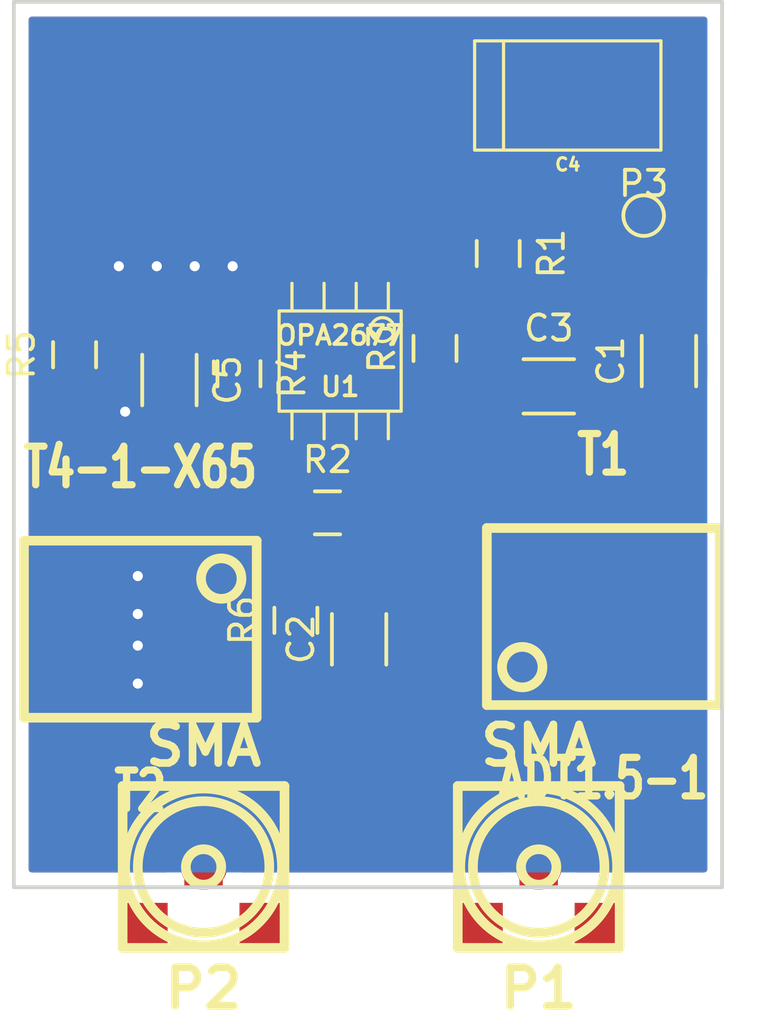
<source format=kicad_pcb>
(kicad_pcb (version 4) (host pcbnew 4.0.0-rc1-stable)

  (general
    (links 39)
    (no_connects 6)
    (area 135.025 41.224999 165.858334 81.7192)
    (thickness 1.6)
    (drawings 8)
    (tracks 91)
    (zones 0)
    (modules 17)
    (nets 14)
  )

  (page A4)
  (layers
    (0 F.Cu signal)
    (31 B.Cu signal)
    (32 B.Adhes user)
    (33 F.Adhes user)
    (34 B.Paste user)
    (35 F.Paste user)
    (36 B.SilkS user)
    (37 F.SilkS user)
    (38 B.Mask user)
    (39 F.Mask user)
    (40 Dwgs.User user)
    (41 Cmts.User user)
    (42 Eco1.User user)
    (43 Eco2.User user)
    (44 Edge.Cuts user)
    (45 Margin user)
    (46 B.CrtYd user)
    (47 F.CrtYd user)
    (48 B.Fab user)
    (49 F.Fab user)
  )

  (setup
    (last_trace_width 0.25)
    (user_trace_width 0.6)
    (user_trace_width 1)
    (user_trace_width 1.5)
    (user_trace_width 1.8)
    (user_trace_width 2)
    (user_trace_width 2.5)
    (user_trace_width 3)
    (user_trace_width 3.5)
    (user_trace_width 4)
    (trace_clearance 0.2)
    (zone_clearance 0.508)
    (zone_45_only no)
    (trace_min 0.2)
    (segment_width 0.2)
    (edge_width 0.15)
    (via_size 0.6)
    (via_drill 0.4)
    (via_min_size 0.4)
    (via_min_drill 0.3)
    (uvia_size 0.3)
    (uvia_drill 0.1)
    (uvias_allowed no)
    (uvia_min_size 0.2)
    (uvia_min_drill 0.1)
    (pcb_text_width 0.3)
    (pcb_text_size 1.5 1.5)
    (mod_edge_width 0.15)
    (mod_text_size 1 1)
    (mod_text_width 0.15)
    (pad_size 1.8 1.5)
    (pad_drill 0)
    (pad_to_mask_clearance 0.2)
    (aux_axis_origin 0 0)
    (visible_elements 7FFFFFFF)
    (pcbplotparams
      (layerselection 0x00030_80000001)
      (usegerberextensions false)
      (excludeedgelayer true)
      (linewidth 0.100000)
      (plotframeref false)
      (viasonmask false)
      (mode 1)
      (useauxorigin false)
      (hpglpennumber 1)
      (hpglpenspeed 20)
      (hpglpendiameter 15)
      (hpglpenoverlay 2)
      (psnegative false)
      (psa4output false)
      (plotreference true)
      (plotvalue true)
      (plotinvisibletext false)
      (padsonsilk false)
      (subtractmaskfromsilk false)
      (outputformat 1)
      (mirror false)
      (drillshape 1)
      (scaleselection 1)
      (outputdirectory ""))
  )

  (net 0 "")
  (net 1 "Net-(C1-Pad1)")
  (net 2 "Net-(C1-Pad2)")
  (net 3 "Net-(C2-Pad1)")
  (net 4 "Net-(C2-Pad2)")
  (net 5 +12V)
  (net 6 GND)
  (net 7 "Net-(C5-Pad1)")
  (net 8 "Net-(P1-Pad1)")
  (net 9 "Net-(P2-Pad1)")
  (net 10 "Net-(R1-Pad1)")
  (net 11 "Net-(R2-Pad1)")
  (net 12 "Net-(R5-Pad1)")
  (net 13 "Net-(R6-Pad1)")

  (net_class Default "Ceci est la Netclass par défaut"
    (clearance 0.2)
    (trace_width 0.25)
    (via_dia 0.6)
    (via_drill 0.4)
    (uvia_dia 0.3)
    (uvia_drill 0.1)
    (add_net +12V)
    (add_net GND)
    (add_net "Net-(C1-Pad1)")
    (add_net "Net-(C1-Pad2)")
    (add_net "Net-(C2-Pad1)")
    (add_net "Net-(C2-Pad2)")
    (add_net "Net-(C5-Pad1)")
    (add_net "Net-(P1-Pad1)")
    (add_net "Net-(P2-Pad1)")
    (add_net "Net-(R1-Pad1)")
    (add_net "Net-(R2-Pad1)")
    (add_net "Net-(R5-Pad1)")
    (add_net "Net-(R6-Pad1)")
  )

  (module Connect:PINTST (layer F.Cu) (tedit 5658501D) (tstamp 565873AE)
    (at 165.35 95.55)
    (descr "module 1 pin (ou trou mecanique de percage)")
    (tags DEV)
    (path /565725CD)
    (fp_text reference P3 (at 0 -1.26746) (layer F.SilkS)
      (effects (font (size 1 1) (thickness 0.15)))
    )
    (fp_text value CONN_01X01 (at 0 1.27) (layer F.Fab)
      (effects (font (size 1 1) (thickness 0.15)))
    )
    (fp_circle (center 0 0) (end -0.254 -0.762) (layer F.SilkS) (width 0.15))
    (pad 1 smd circle (at 0 0) (size 3 3) (layers F.Cu F.Paste F.Mask)
      (net 5 +12V))
    (model Connect.3dshapes/PINTST.wrl
      (at (xyz 0 0 0))
      (scale (xyz 1 1 1))
      (rotate (xyz 0 0 0))
    )
  )

  (module smd_dil:so-8 (layer F.Cu) (tedit 565838B4) (tstamp 56587396)
    (at 153.35 101.3 180)
    (descr SO-8)
    (path /5655F8E7)
    (fp_text reference U1 (at 0 -1.016 180) (layer F.SilkS)
      (effects (font (size 0.7493 0.7493) (thickness 0.14986)))
    )
    (fp_text value OPA2677 (at 0 1.016 180) (layer F.SilkS)
      (effects (font (size 0.7493 0.7493) (thickness 0.14986)))
    )
    (fp_line (start -2.413 -1.9812) (end -2.413 1.9812) (layer F.SilkS) (width 0.127))
    (fp_line (start -2.413 1.9812) (end 2.413 1.9812) (layer F.SilkS) (width 0.127))
    (fp_line (start 2.413 1.9812) (end 2.413 -1.9812) (layer F.SilkS) (width 0.127))
    (fp_line (start 2.413 -1.9812) (end -2.413 -1.9812) (layer F.SilkS) (width 0.127))
    (fp_line (start -1.905 -1.9812) (end -1.905 -3.0734) (layer F.SilkS) (width 0.127))
    (fp_line (start -0.635 -1.9812) (end -0.635 -3.0734) (layer F.SilkS) (width 0.127))
    (fp_line (start 0.635 -1.9812) (end 0.635 -3.0734) (layer F.SilkS) (width 0.127))
    (fp_line (start 1.905 -3.0734) (end 1.905 -1.9812) (layer F.SilkS) (width 0.127))
    (fp_line (start 1.905 1.9812) (end 1.905 3.0734) (layer F.SilkS) (width 0.127))
    (fp_line (start 0.635 3.0734) (end 0.635 1.9812) (layer F.SilkS) (width 0.127))
    (fp_line (start -0.635 3.0734) (end -0.635 1.9812) (layer F.SilkS) (width 0.127))
    (fp_line (start -1.905 3.0734) (end -1.905 1.9812) (layer F.SilkS) (width 0.127))
    (fp_circle (center -1.6764 1.2446) (end -1.9558 1.6256) (layer F.SilkS) (width 0.127))
    (pad 1 smd rect (at -1.905 2.794 180) (size 0.9 1.99898) (layers F.Cu F.Paste F.Mask)
      (net 2 "Net-(C1-Pad2)"))
    (pad 2 smd rect (at -0.635 2.794 180) (size 0.9 1.99898) (layers F.Cu F.Paste F.Mask)
      (net 10 "Net-(R1-Pad1)"))
    (pad 3 smd rect (at 0.635 2.794 180) (size 0.9 1.99898) (layers F.Cu F.Paste F.Mask)
      (net 7 "Net-(C5-Pad1)"))
    (pad 4 smd rect (at 1.905 2.794 180) (size 0.9 1.99898) (layers F.Cu F.Paste F.Mask)
      (net 6 GND))
    (pad 5 smd rect (at 1.905 -2.794 180) (size 0.9 1.99898) (layers F.Cu F.Paste F.Mask)
      (net 7 "Net-(C5-Pad1)"))
    (pad 6 smd rect (at 0.635 -2.794 180) (size 0.9 1.99898) (layers F.Cu F.Paste F.Mask)
      (net 11 "Net-(R2-Pad1)"))
    (pad 7 smd rect (at -0.635 -2.794 180) (size 0.9 1.99898) (layers F.Cu F.Paste F.Mask)
      (net 4 "Net-(C2-Pad2)"))
    (pad 8 smd rect (at -1.905 -2.794 180) (size 0.9 1.99898) (layers F.Cu F.Paste F.Mask)
      (net 5 +12V))
    (model walter/smd_dil/so-8.wrl
      (at (xyz 0 0 0))
      (scale (xyz 1 1 1))
      (rotate (xyz 0 0 0))
    )
  )

  (module smd_dil:mdip_6 (layer F.Cu) (tedit 56584A9F) (tstamp 56587388)
    (at 145.45 111.9 180)
    (descr "SMD DIL6 x 0,3\"")
    (tags "SMD DIL")
    (path /56560755)
    (fp_text reference T2 (at 0 -6.4008 180) (layer F.SilkS)
      (effects (font (size 1.524 1.143) (thickness 0.28702)))
    )
    (fp_text value T4-1-X65 (at 0 6.4008 180) (layer F.SilkS)
      (effects (font (size 1.524 1.143) (thickness 0.28702)))
    )
    (fp_circle (center -3.2 2) (end -4 2) (layer F.SilkS) (width 0.381))
    (fp_line (start -4.6 -3.5) (end -4.6 3.5) (layer F.SilkS) (width 0.381))
    (fp_line (start -4.6 3.5) (end 4.6 3.5) (layer F.SilkS) (width 0.381))
    (fp_line (start 4.6 3.5) (end 4.6 -3.5) (layer F.SilkS) (width 0.381))
    (fp_line (start 4.6 -3.5) (end -4.6 -3.5) (layer F.SilkS) (width 0.381))
    (pad 1 smd rect (at -2.54 4.50596 180) (size 1.8 1.5) (layers F.Cu F.Paste F.Mask)
      (net 13 "Net-(R6-Pad1)"))
    (pad 2 smd rect (at 0 4.50596 180) (size 1.8 1.5) (layers F.Cu F.Paste F.Mask))
    (pad 3 smd rect (at 2.54 4.50596 180) (size 1.8 1.5) (layers F.Cu F.Paste F.Mask)
      (net 12 "Net-(R5-Pad1)"))
    (pad 4 smd rect (at 2.54 -4.50596 180) (size 1.8 1.5) (layers F.Cu F.Paste F.Mask)
      (net 6 GND))
    (pad 5 smd rect (at 0 -4.50596 180) (size 1.8 1.5) (layers F.Cu F.Paste F.Mask)
      (net 6 GND) (zone_connect 2))
    (pad 6 smd rect (at -2.54 -4.5 180) (size 1.8 1.5) (layers F.Cu F.Paste F.Mask)
      (net 9 "Net-(P2-Pad1)"))
    (model walter/smd_dil/mdip_6.wrl
      (at (xyz 0 0 0))
      (scale (xyz 1 1 1))
      (rotate (xyz 0 0 0))
    )
  )

  (module smd_dil:mdip_6 (layer F.Cu) (tedit 56585ED6) (tstamp 5658737A)
    (at 163.75 111.4)
    (descr "SMD DIL6 x 0,3\"")
    (tags "SMD DIL")
    (path /56560562)
    (fp_text reference T1 (at 0 -6.4008) (layer F.SilkS)
      (effects (font (size 1.524 1.143) (thickness 0.28702)))
    )
    (fp_text value ADT1.5-1 (at 0 6.4008) (layer F.SilkS)
      (effects (font (size 1.524 1.143) (thickness 0.28702)))
    )
    (fp_circle (center -3.2 2) (end -4 2) (layer F.SilkS) (width 0.381))
    (fp_line (start -4.6 -3.5) (end -4.6 3.5) (layer F.SilkS) (width 0.381))
    (fp_line (start -4.6 3.5) (end 4.6 3.5) (layer F.SilkS) (width 0.381))
    (fp_line (start 4.6 3.5) (end 4.6 -3.5) (layer F.SilkS) (width 0.381))
    (fp_line (start 4.6 -3.5) (end -4.6 -3.5) (layer F.SilkS) (width 0.381))
    (pad 1 smd rect (at -2.54 4.50596) (size 1.8 1.5) (layers F.Cu F.Paste F.Mask)
      (net 8 "Net-(P1-Pad1)"))
    (pad 2 smd rect (at 0 4.50596) (size 1.8 1.5) (layers F.Cu F.Paste F.Mask)
      (net 6 GND) (zone_connect 2))
    (pad 3 smd rect (at 2.54 4.50596) (size 1.8 1.5) (layers F.Cu F.Paste F.Mask)
      (net 6 GND) (zone_connect 2))
    (pad 4 smd rect (at 2.54 -4.50596) (size 1.8 1.5) (layers F.Cu F.Paste F.Mask)
      (net 1 "Net-(C1-Pad1)"))
    (pad 5 smd rect (at 0 -4.50596) (size 1.8 1.5) (layers F.Cu F.Paste F.Mask)
      (net 6 GND) (zone_connect 2))
    (pad 6 smd rect (at -2.54 -4.5) (size 1.8 1.5) (layers F.Cu F.Paste F.Mask)
      (net 3 "Net-(C2-Pad1)"))
    (model walter/smd_dil/mdip_6.wrl
      (at (xyz 0 0 0))
      (scale (xyz 1 1 1))
      (rotate (xyz 0 0 0))
    )
  )

  (module Capacitors_SMD:C_0805_HandSoldering (layer F.Cu) (tedit 541A9B8D) (tstamp 5658736F)
    (at 151.6 111.55 90)
    (descr "Capacitor SMD 0805, hand soldering")
    (tags "capacitor 0805")
    (path /5655FC30)
    (attr smd)
    (fp_text reference R6 (at 0 -2.1 90) (layer F.SilkS)
      (effects (font (size 1 1) (thickness 0.15)))
    )
    (fp_text value 100 (at 0 2.1 90) (layer F.Fab)
      (effects (font (size 1 1) (thickness 0.15)))
    )
    (fp_line (start -2.3 -1) (end 2.3 -1) (layer F.CrtYd) (width 0.05))
    (fp_line (start -2.3 1) (end 2.3 1) (layer F.CrtYd) (width 0.05))
    (fp_line (start -2.3 -1) (end -2.3 1) (layer F.CrtYd) (width 0.05))
    (fp_line (start 2.3 -1) (end 2.3 1) (layer F.CrtYd) (width 0.05))
    (fp_line (start 0.5 -0.85) (end -0.5 -0.85) (layer F.SilkS) (width 0.15))
    (fp_line (start -0.5 0.85) (end 0.5 0.85) (layer F.SilkS) (width 0.15))
    (pad 1 smd rect (at -1.25 0 90) (size 1.5 1.25) (layers F.Cu F.Paste F.Mask)
      (net 13 "Net-(R6-Pad1)"))
    (pad 2 smd rect (at 1.25 0 90) (size 1.5 1.25) (layers F.Cu F.Paste F.Mask)
      (net 11 "Net-(R2-Pad1)"))
    (model Capacitors_SMD.3dshapes/C_0805_HandSoldering.wrl
      (at (xyz 0 0 0))
      (scale (xyz 1 1 1))
      (rotate (xyz 0 0 0))
    )
  )

  (module Capacitors_SMD:C_0805_HandSoldering (layer F.Cu) (tedit 541A9B8D) (tstamp 56587364)
    (at 142.85 101.05 90)
    (descr "Capacitor SMD 0805, hand soldering")
    (tags "capacitor 0805")
    (path /5655FB58)
    (attr smd)
    (fp_text reference R5 (at 0 -2.1 90) (layer F.SilkS)
      (effects (font (size 1 1) (thickness 0.15)))
    )
    (fp_text value 100 (at 0 2.1 90) (layer F.Fab)
      (effects (font (size 1 1) (thickness 0.15)))
    )
    (fp_line (start -2.3 -1) (end 2.3 -1) (layer F.CrtYd) (width 0.05))
    (fp_line (start -2.3 1) (end 2.3 1) (layer F.CrtYd) (width 0.05))
    (fp_line (start -2.3 -1) (end -2.3 1) (layer F.CrtYd) (width 0.05))
    (fp_line (start 2.3 -1) (end 2.3 1) (layer F.CrtYd) (width 0.05))
    (fp_line (start 0.5 -0.85) (end -0.5 -0.85) (layer F.SilkS) (width 0.15))
    (fp_line (start -0.5 0.85) (end 0.5 0.85) (layer F.SilkS) (width 0.15))
    (pad 1 smd rect (at -1.25 0 90) (size 1.5 1.25) (layers F.Cu F.Paste F.Mask)
      (net 12 "Net-(R5-Pad1)"))
    (pad 2 smd rect (at 1.25 0 90) (size 1.5 1.25) (layers F.Cu F.Paste F.Mask)
      (net 10 "Net-(R1-Pad1)"))
    (model Capacitors_SMD.3dshapes/C_0805_HandSoldering.wrl
      (at (xyz 0 0 0))
      (scale (xyz 1 1 1))
      (rotate (xyz 0 0 0))
    )
  )

  (module Capacitors_SMD:C_0805_HandSoldering (layer F.Cu) (tedit 541A9B8D) (tstamp 56587359)
    (at 149.35 101.8 270)
    (descr "Capacitor SMD 0805, hand soldering")
    (tags "capacitor 0805")
    (path /5655FABF)
    (attr smd)
    (fp_text reference R4 (at 0 -2.1 270) (layer F.SilkS)
      (effects (font (size 1 1) (thickness 0.15)))
    )
    (fp_text value 1k (at 0 2.1 270) (layer F.Fab)
      (effects (font (size 1 1) (thickness 0.15)))
    )
    (fp_line (start -2.3 -1) (end 2.3 -1) (layer F.CrtYd) (width 0.05))
    (fp_line (start -2.3 1) (end 2.3 1) (layer F.CrtYd) (width 0.05))
    (fp_line (start -2.3 -1) (end -2.3 1) (layer F.CrtYd) (width 0.05))
    (fp_line (start 2.3 -1) (end 2.3 1) (layer F.CrtYd) (width 0.05))
    (fp_line (start 0.5 -0.85) (end -0.5 -0.85) (layer F.SilkS) (width 0.15))
    (fp_line (start -0.5 0.85) (end 0.5 0.85) (layer F.SilkS) (width 0.15))
    (pad 1 smd rect (at -1.25 0 270) (size 1.5 1.25) (layers F.Cu F.Paste F.Mask)
      (net 7 "Net-(C5-Pad1)"))
    (pad 2 smd rect (at 1.25 0 270) (size 1.5 1.25) (layers F.Cu F.Paste F.Mask)
      (net 6 GND))
    (model Capacitors_SMD.3dshapes/C_0805_HandSoldering.wrl
      (at (xyz 0 0 0))
      (scale (xyz 1 1 1))
      (rotate (xyz 0 0 0))
    )
  )

  (module Capacitors_SMD:C_0805_HandSoldering (layer F.Cu) (tedit 541A9B8D) (tstamp 5658734E)
    (at 157.1 100.8 90)
    (descr "Capacitor SMD 0805, hand soldering")
    (tags "capacitor 0805")
    (path /5655FA75)
    (attr smd)
    (fp_text reference R3 (at 0 -2.1 90) (layer F.SilkS)
      (effects (font (size 1 1) (thickness 0.15)))
    )
    (fp_text value 1k (at 0 2.1 90) (layer F.Fab)
      (effects (font (size 1 1) (thickness 0.15)))
    )
    (fp_line (start -2.3 -1) (end 2.3 -1) (layer F.CrtYd) (width 0.05))
    (fp_line (start -2.3 1) (end 2.3 1) (layer F.CrtYd) (width 0.05))
    (fp_line (start -2.3 -1) (end -2.3 1) (layer F.CrtYd) (width 0.05))
    (fp_line (start 2.3 -1) (end 2.3 1) (layer F.CrtYd) (width 0.05))
    (fp_line (start 0.5 -0.85) (end -0.5 -0.85) (layer F.SilkS) (width 0.15))
    (fp_line (start -0.5 0.85) (end 0.5 0.85) (layer F.SilkS) (width 0.15))
    (pad 1 smd rect (at -1.25 0 90) (size 1.5 1.25) (layers F.Cu F.Paste F.Mask)
      (net 5 +12V))
    (pad 2 smd rect (at 1.25 0 90) (size 1.5 1.25) (layers F.Cu F.Paste F.Mask)
      (net 7 "Net-(C5-Pad1)"))
    (model Capacitors_SMD.3dshapes/C_0805_HandSoldering.wrl
      (at (xyz 0 0 0))
      (scale (xyz 1 1 1))
      (rotate (xyz 0 0 0))
    )
  )

  (module Capacitors_SMD:C_0805_HandSoldering (layer F.Cu) (tedit 541A9B8D) (tstamp 56587343)
    (at 152.85 107.3)
    (descr "Capacitor SMD 0805, hand soldering")
    (tags "capacitor 0805")
    (path /5655F97D)
    (attr smd)
    (fp_text reference R2 (at 0 -2.1) (layer F.SilkS)
      (effects (font (size 1 1) (thickness 0.15)))
    )
    (fp_text value 422 (at 0 2.1) (layer F.Fab)
      (effects (font (size 1 1) (thickness 0.15)))
    )
    (fp_line (start -2.3 -1) (end 2.3 -1) (layer F.CrtYd) (width 0.05))
    (fp_line (start -2.3 1) (end 2.3 1) (layer F.CrtYd) (width 0.05))
    (fp_line (start -2.3 -1) (end -2.3 1) (layer F.CrtYd) (width 0.05))
    (fp_line (start 2.3 -1) (end 2.3 1) (layer F.CrtYd) (width 0.05))
    (fp_line (start 0.5 -0.85) (end -0.5 -0.85) (layer F.SilkS) (width 0.15))
    (fp_line (start -0.5 0.85) (end 0.5 0.85) (layer F.SilkS) (width 0.15))
    (pad 1 smd rect (at -1.25 0) (size 1.5 1.25) (layers F.Cu F.Paste F.Mask)
      (net 11 "Net-(R2-Pad1)"))
    (pad 2 smd rect (at 1.25 0) (size 1.5 1.25) (layers F.Cu F.Paste F.Mask)
      (net 4 "Net-(C2-Pad2)"))
    (model Capacitors_SMD.3dshapes/C_0805_HandSoldering.wrl
      (at (xyz 0 0 0))
      (scale (xyz 1 1 1))
      (rotate (xyz 0 0 0))
    )
  )

  (module Capacitors_SMD:C_0805_HandSoldering (layer F.Cu) (tedit 541A9B8D) (tstamp 56587338)
    (at 159.6 97.05 270)
    (descr "Capacitor SMD 0805, hand soldering")
    (tags "capacitor 0805")
    (path /5655F950)
    (attr smd)
    (fp_text reference R1 (at 0 -2.1 270) (layer F.SilkS)
      (effects (font (size 1 1) (thickness 0.15)))
    )
    (fp_text value 422 (at 0 2.1 270) (layer F.Fab)
      (effects (font (size 1 1) (thickness 0.15)))
    )
    (fp_line (start -2.3 -1) (end 2.3 -1) (layer F.CrtYd) (width 0.05))
    (fp_line (start -2.3 1) (end 2.3 1) (layer F.CrtYd) (width 0.05))
    (fp_line (start -2.3 -1) (end -2.3 1) (layer F.CrtYd) (width 0.05))
    (fp_line (start 2.3 -1) (end 2.3 1) (layer F.CrtYd) (width 0.05))
    (fp_line (start 0.5 -0.85) (end -0.5 -0.85) (layer F.SilkS) (width 0.15))
    (fp_line (start -0.5 0.85) (end 0.5 0.85) (layer F.SilkS) (width 0.15))
    (pad 1 smd rect (at -1.25 0 270) (size 1.5 1.25) (layers F.Cu F.Paste F.Mask)
      (net 10 "Net-(R1-Pad1)"))
    (pad 2 smd rect (at 1.25 0 270) (size 1.5 1.25) (layers F.Cu F.Paste F.Mask)
      (net 2 "Net-(C1-Pad2)"))
    (model Capacitors_SMD.3dshapes/C_0805_HandSoldering.wrl
      (at (xyz 0 0 0))
      (scale (xyz 1 1 1))
      (rotate (xyz 0 0 0))
    )
  )

  (module conn_rf:sma_smd_73251-135x (layer F.Cu) (tedit 56585F5E) (tstamp 56587329)
    (at 147.95 121.3)
    (descr "SMA straight SMD female connector, Molex 73251-135x")
    (path /56560A12)
    (fp_text reference P2 (at 0 4.8) (layer F.SilkS)
      (effects (font (thickness 0.3048)))
    )
    (fp_text value SMA (at 0 -4.8) (layer F.SilkS)
      (effects (font (thickness 0.3048)))
    )
    (fp_circle (center 0 0) (end -0.7 0) (layer F.SilkS) (width 0.381))
    (fp_circle (center 0 0) (end -2.6 0) (layer F.SilkS) (width 0.381))
    (fp_circle (center 0 0) (end -3.1 0) (layer F.SilkS) (width 0.381))
    (fp_line (start -3.2 -3.2) (end -3.2 3.2) (layer F.SilkS) (width 0.381))
    (fp_line (start -3.2 -3.2) (end 3.2 -3.2) (layer F.SilkS) (width 0.381))
    (fp_line (start 3.2 -3.2) (end 3.2 3.2) (layer F.SilkS) (width 0.381))
    (fp_line (start 3.2 3.2) (end -3.2 3.2) (layer F.SilkS) (width 0.381))
    (pad 1 smd rect (at 0 0) (size 1.52 1.52) (layers F.Cu F.Paste F.Mask)
      (net 9 "Net-(P2-Pad1)"))
    (pad 2 smd rect (at 2.65 -2.25) (size 1.91 1.91) (layers F.Cu F.Paste F.Mask)
      (net 6 GND) (zone_connect 2))
    (pad 2 smd rect (at -2.375 -2.375) (size 1.91 1.91) (layers F.Cu F.Paste F.Mask)
      (net 6 GND) (zone_connect 2))
    (pad 2 smd rect (at -2.375 2.375) (size 1.91 1.91) (layers F.Cu F.Paste F.Mask)
      (net 6 GND))
    (pad 2 smd rect (at 2.375 2.375) (size 1.91 1.91) (layers F.Cu F.Paste F.Mask)
      (net 6 GND))
    (model walter/conn_rf/sma_smd_73251-135x.wrl
      (at (xyz 0 0 0))
      (scale (xyz 1 1 1))
      (rotate (xyz 0 0 0))
    )
  )

  (module conn_rf:sma_smd_73251-135x (layer F.Cu) (tedit 56585F43) (tstamp 5658731A)
    (at 161.2 121.3)
    (descr "SMA straight SMD female connector, Molex 73251-135x")
    (path /56560BB3)
    (fp_text reference P1 (at 0 4.8) (layer F.SilkS)
      (effects (font (thickness 0.3048)))
    )
    (fp_text value SMA (at 0 -4.8) (layer F.SilkS)
      (effects (font (thickness 0.3048)))
    )
    (fp_circle (center 0 0) (end -0.7 0) (layer F.SilkS) (width 0.381))
    (fp_circle (center 0 0) (end -2.6 0) (layer F.SilkS) (width 0.381))
    (fp_circle (center 0 0) (end -3.1 0) (layer F.SilkS) (width 0.381))
    (fp_line (start -3.2 -3.2) (end -3.2 3.2) (layer F.SilkS) (width 0.381))
    (fp_line (start -3.2 -3.2) (end 3.2 -3.2) (layer F.SilkS) (width 0.381))
    (fp_line (start 3.2 -3.2) (end 3.2 3.2) (layer F.SilkS) (width 0.381))
    (fp_line (start 3.2 3.2) (end -3.2 3.2) (layer F.SilkS) (width 0.381))
    (pad 1 smd rect (at 0 0) (size 1.52 1.52) (layers F.Cu F.Paste F.Mask)
      (net 8 "Net-(P1-Pad1)"))
    (pad 2 smd rect (at 2.8 -2.5) (size 1.91 1.91) (layers F.Cu F.Paste F.Mask)
      (net 6 GND) (zone_connect 2))
    (pad 2 smd rect (at -2.375 -2.375) (size 1.91 1.91) (layers F.Cu F.Paste F.Mask)
      (net 6 GND) (zone_connect 2))
    (pad 2 smd rect (at -2.375 2.375) (size 1.91 1.91) (layers F.Cu F.Paste F.Mask)
      (net 6 GND))
    (pad 2 smd rect (at 2.375 2.375) (size 1.91 1.91) (layers F.Cu F.Paste F.Mask)
      (net 6 GND))
    (model walter/conn_rf/sma_smd_73251-135x.wrl
      (at (xyz 0 0 0))
      (scale (xyz 1 1 1))
      (rotate (xyz 0 0 0))
    )
  )

  (module Resistors_SMD:R_1206_HandSoldering (layer F.Cu) (tedit 5418A20D) (tstamp 5658730F)
    (at 146.6 102.05 270)
    (descr "Resistor SMD 1206, hand soldering")
    (tags "resistor 1206")
    (path /5655FC92)
    (attr smd)
    (fp_text reference C5 (at 0 -2.3 270) (layer F.SilkS)
      (effects (font (size 1 1) (thickness 0.15)))
    )
    (fp_text value .1uF (at 0 2.3 270) (layer F.Fab)
      (effects (font (size 1 1) (thickness 0.15)))
    )
    (fp_line (start -3.3 -1.2) (end 3.3 -1.2) (layer F.CrtYd) (width 0.05))
    (fp_line (start -3.3 1.2) (end 3.3 1.2) (layer F.CrtYd) (width 0.05))
    (fp_line (start -3.3 -1.2) (end -3.3 1.2) (layer F.CrtYd) (width 0.05))
    (fp_line (start 3.3 -1.2) (end 3.3 1.2) (layer F.CrtYd) (width 0.05))
    (fp_line (start 1 1.075) (end -1 1.075) (layer F.SilkS) (width 0.15))
    (fp_line (start -1 -1.075) (end 1 -1.075) (layer F.SilkS) (width 0.15))
    (pad 1 smd rect (at -2 0 270) (size 2 1.7) (layers F.Cu F.Paste F.Mask)
      (net 7 "Net-(C5-Pad1)"))
    (pad 2 smd rect (at 2 0 270) (size 2 1.7) (layers F.Cu F.Paste F.Mask)
      (net 6 GND))
    (model Resistors_SMD.3dshapes/R_1206_HandSoldering.wrl
      (at (xyz 0 0 0))
      (scale (xyz 1 1 1))
      (rotate (xyz 0 0 0))
    )
  )

  (module smd_cap:c_tant_D (layer F.Cu) (tedit 0) (tstamp 56587305)
    (at 162.35 90.8 180)
    (descr "SMT capacitor, tantalum size D")
    (path /5655FED8)
    (fp_text reference C4 (at 0 -2.7305 180) (layer F.SilkS)
      (effects (font (size 0.50038 0.50038) (thickness 0.11938)))
    )
    (fp_text value 6.8uF (at 0 2.7305 180) (layer F.SilkS) hide
      (effects (font (size 0.50038 0.50038) (thickness 0.11938)))
    )
    (fp_line (start 2.54 -2.159) (end 2.54 2.159) (layer F.SilkS) (width 0.127))
    (fp_line (start -3.683 -2.159) (end -3.683 2.159) (layer F.SilkS) (width 0.127))
    (fp_line (start -3.683 2.159) (end 3.683 2.159) (layer F.SilkS) (width 0.127))
    (fp_line (start 3.683 2.159) (end 3.683 -2.159) (layer F.SilkS) (width 0.127))
    (fp_line (start 3.683 -2.159) (end -3.683 -2.159) (layer F.SilkS) (width 0.127))
    (pad 2 smd rect (at 2.99974 0 180) (size 2.55016 2.70002) (layers F.Cu F.Paste F.Mask)
      (net 6 GND))
    (pad 1 smd rect (at -2.99974 0 180) (size 2.55016 3.79984) (layers F.Cu F.Paste F.Mask)
      (net 5 +12V))
    (model walter/smd_cap/c_tant_D.wrl
      (at (xyz 0 0 0))
      (scale (xyz 1 1 1))
      (rotate (xyz 0 0 0))
    )
  )

  (module Resistors_SMD:R_1206_HandSoldering (layer F.Cu) (tedit 5418A20D) (tstamp 565872FA)
    (at 161.6 102.3)
    (descr "Resistor SMD 1206, hand soldering")
    (tags "resistor 1206")
    (path /5655FF05)
    (attr smd)
    (fp_text reference C3 (at 0 -2.3) (layer F.SilkS)
      (effects (font (size 1 1) (thickness 0.15)))
    )
    (fp_text value .1uF (at 0 2.3) (layer F.Fab)
      (effects (font (size 1 1) (thickness 0.15)))
    )
    (fp_line (start -3.3 -1.2) (end 3.3 -1.2) (layer F.CrtYd) (width 0.05))
    (fp_line (start -3.3 1.2) (end 3.3 1.2) (layer F.CrtYd) (width 0.05))
    (fp_line (start -3.3 -1.2) (end -3.3 1.2) (layer F.CrtYd) (width 0.05))
    (fp_line (start 3.3 -1.2) (end 3.3 1.2) (layer F.CrtYd) (width 0.05))
    (fp_line (start 1 1.075) (end -1 1.075) (layer F.SilkS) (width 0.15))
    (fp_line (start -1 -1.075) (end 1 -1.075) (layer F.SilkS) (width 0.15))
    (pad 1 smd rect (at -2 0) (size 2 1.7) (layers F.Cu F.Paste F.Mask)
      (net 5 +12V))
    (pad 2 smd rect (at 2 0) (size 2 1.7) (layers F.Cu F.Paste F.Mask)
      (net 6 GND))
    (model Resistors_SMD.3dshapes/R_1206_HandSoldering.wrl
      (at (xyz 0 0 0))
      (scale (xyz 1 1 1))
      (rotate (xyz 0 0 0))
    )
  )

  (module Resistors_SMD:R_1206_HandSoldering (layer F.Cu) (tedit 5418A20D) (tstamp 565872EF)
    (at 154.1 112.3 90)
    (descr "Resistor SMD 1206, hand soldering")
    (tags "resistor 1206")
    (path /5655FDF5)
    (attr smd)
    (fp_text reference C2 (at 0 -2.3 90) (layer F.SilkS)
      (effects (font (size 1 1) (thickness 0.15)))
    )
    (fp_text value .1uF (at 0 2.3 90) (layer F.Fab)
      (effects (font (size 1 1) (thickness 0.15)))
    )
    (fp_line (start -3.3 -1.2) (end 3.3 -1.2) (layer F.CrtYd) (width 0.05))
    (fp_line (start -3.3 1.2) (end 3.3 1.2) (layer F.CrtYd) (width 0.05))
    (fp_line (start -3.3 -1.2) (end -3.3 1.2) (layer F.CrtYd) (width 0.05))
    (fp_line (start 3.3 -1.2) (end 3.3 1.2) (layer F.CrtYd) (width 0.05))
    (fp_line (start 1 1.075) (end -1 1.075) (layer F.SilkS) (width 0.15))
    (fp_line (start -1 -1.075) (end 1 -1.075) (layer F.SilkS) (width 0.15))
    (pad 1 smd rect (at -2 0 90) (size 2 1.7) (layers F.Cu F.Paste F.Mask)
      (net 3 "Net-(C2-Pad1)"))
    (pad 2 smd rect (at 2 0 90) (size 2 1.7) (layers F.Cu F.Paste F.Mask)
      (net 4 "Net-(C2-Pad2)"))
    (model Resistors_SMD.3dshapes/R_1206_HandSoldering.wrl
      (at (xyz 0 0 0))
      (scale (xyz 1 1 1))
      (rotate (xyz 0 0 0))
    )
  )

  (module Resistors_SMD:R_1206_HandSoldering (layer F.Cu) (tedit 5418A20D) (tstamp 565872E4)
    (at 166.35 101.3 90)
    (descr "Resistor SMD 1206, hand soldering")
    (tags "resistor 1206")
    (path /5655FD84)
    (attr smd)
    (fp_text reference C1 (at 0 -2.3 90) (layer F.SilkS)
      (effects (font (size 1 1) (thickness 0.15)))
    )
    (fp_text value .1uF (at 0 2.3 90) (layer F.Fab)
      (effects (font (size 1 1) (thickness 0.15)))
    )
    (fp_line (start -3.3 -1.2) (end 3.3 -1.2) (layer F.CrtYd) (width 0.05))
    (fp_line (start -3.3 1.2) (end 3.3 1.2) (layer F.CrtYd) (width 0.05))
    (fp_line (start -3.3 -1.2) (end -3.3 1.2) (layer F.CrtYd) (width 0.05))
    (fp_line (start 3.3 -1.2) (end 3.3 1.2) (layer F.CrtYd) (width 0.05))
    (fp_line (start 1 1.075) (end -1 1.075) (layer F.SilkS) (width 0.15))
    (fp_line (start -1 -1.075) (end 1 -1.075) (layer F.SilkS) (width 0.15))
    (pad 1 smd rect (at -2 0 90) (size 2 1.7) (layers F.Cu F.Paste F.Mask)
      (net 1 "Net-(C1-Pad1)"))
    (pad 2 smd rect (at 2 0 90) (size 2 1.7) (layers F.Cu F.Paste F.Mask)
      (net 2 "Net-(C1-Pad2)"))
    (model Resistors_SMD.3dshapes/R_1206_HandSoldering.wrl
      (at (xyz 0 0 0))
      (scale (xyz 1 1 1))
      (rotate (xyz 0 0 0))
    )
  )

  (gr_line (start 140.45 87.1) (end 168.45 87.1) (angle 90) (layer Edge.Cuts) (width 0.15) (tstamp 565874DB))
  (gr_line (start 168.45 87.1) (end 168.45 122.1) (angle 90) (layer Edge.Cuts) (width 0.15) (tstamp 565874DA))
  (gr_line (start 168.45 122.1) (end 140.45 122.1) (angle 90) (layer Edge.Cuts) (width 0.15) (tstamp 565874D9))
  (gr_line (start 140.45 122.1) (end 140.45 87.1) (angle 90) (layer Edge.Cuts) (width 0.15) (tstamp 565874D8))
  (gr_line (start 151.85 87.3) (end 151.85 97.3) (angle 90) (layer F.Fab) (width 0.2) (tstamp 565874D7))
  (gr_line (start 151.85 97.3) (end 156.85 97.3) (angle 90) (layer F.Fab) (width 0.2) (tstamp 565874D6))
  (gr_line (start 156.85 97.3) (end 156.85 87.3) (angle 90) (layer F.Fab) (width 0.2) (tstamp 565874D5))
  (gr_line (start 156.85 87.3) (end 151.85 87.3) (angle 90) (layer F.Fab) (width 0.2) (tstamp 565874D4))

  (segment (start 166.35 106.83404) (end 166.29 106.89404) (width 1.5) (layer F.Cu) (net 1) (tstamp 565873B8))
  (segment (start 166.35 103.3) (end 166.35 106.83404) (width 1.5) (layer F.Cu) (net 1) (tstamp 565873B7))
  (segment (start 155.255 98.506) (end 155.255 98.395) (width 0.6) (layer F.Cu) (net 2) (tstamp 565873D3))
  (segment (start 155.255 98.506) (end 155.394 98.506) (width 0.6) (layer F.Cu) (net 2) (tstamp 565873D2))
  (segment (start 158.85 98.05) (end 155.711 98.05) (width 0.6) (layer F.Cu) (net 2) (tstamp 565873D1))
  (segment (start 155.711 98.05) (end 155.255 98.506) (width 0.6) (layer F.Cu) (net 2) (tstamp 565873D0))
  (segment (start 159.1 98.3) (end 158.85 98.05) (width 0.6) (layer F.Cu) (net 2) (tstamp 565873CF))
  (segment (start 159.6 98.3) (end 159.1 98.3) (width 0.6) (layer F.Cu) (net 2) (tstamp 565873CE))
  (segment (start 163.85 98.3) (end 164.85 99.3) (width 1.5) (layer F.Cu) (net 2) (tstamp 565873CD))
  (segment (start 164.85 99.3) (end 166.35 99.3) (width 1.5) (layer F.Cu) (net 2) (tstamp 565873CC))
  (segment (start 159.6 98.3) (end 163.85 98.3) (width 1.5) (layer F.Cu) (net 2) (tstamp 565873CB))
  (segment (start 161.21 111.44) (end 158.35 114.3) (width 1.5) (layer F.Cu) (net 3) (tstamp 565873DC))
  (segment (start 158.35 114.3) (end 154.1 114.3) (width 1.5) (layer F.Cu) (net 3) (tstamp 565873DB))
  (segment (start 161.21 106.9) (end 161.21 111.44) (width 1.5) (layer F.Cu) (net 3) (tstamp 565873DA))
  (segment (start 154.1 104.209) (end 153.985 104.094) (width 0.6) (layer F.Cu) (net 4) (tstamp 565873E5))
  (segment (start 154.1 107.3) (end 154.1 104.209) (width 0.6) (layer F.Cu) (net 4) (tstamp 565873E4))
  (segment (start 154.1 107.3) (end 154.1 110.3) (width 1.5) (layer F.Cu) (net 4) (tstamp 565873E3))
  (segment (start 157.1 102.05) (end 157.35 102.05) (width 0.6) (layer F.Cu) (net 5) (tstamp 56587400))
  (segment (start 155.255 103.895) (end 157.1 102.05) (width 0.6) (layer F.Cu) (net 5) (tstamp 565873FF))
  (segment (start 155.255 104.094) (end 155.255 103.895) (width 0.6) (layer F.Cu) (net 5) (tstamp 565873FE))
  (segment (start 159.35 102.05) (end 159.6 102.3) (width 1.5) (layer F.Cu) (net 5) (tstamp 565873FD))
  (segment (start 157.1 102.05) (end 159.35 102.05) (width 1.5) (layer F.Cu) (net 5) (tstamp 565873FC))
  (segment (start 165.35 90.80026) (end 165.34974 90.8) (width 1.5) (layer F.Cu) (net 5) (tstamp 565873FB))
  (segment (start 165.35 95.55) (end 165.35 90.80026) (width 1.5) (layer F.Cu) (net 5) (tstamp 565873FA))
  (segment (start 157.6 106.3) (end 157.6 110.55) (width 3) (layer F.Cu) (net 5) (tstamp 565873F9))
  (segment (start 157.1 102.05) (end 157.6 106.3) (width 1.5) (layer F.Cu) (net 5) (tstamp 565873F8))
  (segment (start 145.45 118.8) (end 145.575 118.925) (width 1) (layer F.Cu) (net 6) (tstamp 5658744E))
  (segment (start 142.91 119.49) (end 142.85 119.55) (width 1) (layer F.Cu) (net 6) (tstamp 5658744D))
  (segment (start 163.75 118.6) (end 163.425 118.925) (width 1) (layer F.Cu) (net 6) (tstamp 5658744C))
  (segment (start 142.91 119.49) (end 143.475 118.925) (width 2) (layer F.Cu) (net 6) (tstamp 5658744B))
  (segment (start 143.475 118.925) (end 145.575 118.925) (width 2) (layer F.Cu) (net 6) (tstamp 5658744A))
  (via (at 149.1 97.55) (size 0.6) (drill 0.4) (layers F.Cu B.Cu) (net 6) (tstamp 56587449))
  (segment (start 147.6 97.55) (end 149.1 97.55) (width 0.25) (layer F.Cu) (net 6) (tstamp 56587448))
  (via (at 147.6 97.55) (size 0.6) (drill 0.4) (layers F.Cu B.Cu) (net 6) (tstamp 56587447))
  (segment (start 146.1 97.55) (end 147.6 97.55) (width 0.25) (layer B.Cu) (net 6) (tstamp 56587446))
  (via (at 146.1 97.55) (size 0.6) (drill 0.4) (layers F.Cu B.Cu) (net 6) (tstamp 56587445))
  (segment (start 144.6 97.55) (end 146.1 97.55) (width 0.25) (layer F.Cu) (net 6) (tstamp 56587444))
  (via (at 144.6 97.55) (size 0.6) (drill 0.4) (layers F.Cu B.Cu) (net 6) (tstamp 56587443))
  (segment (start 144.6 103.05) (end 144.6 97.55) (width 0.25) (layer B.Cu) (net 6) (tstamp 56587442))
  (segment (start 144.85 103.3) (end 144.6 103.05) (width 0.25) (layer B.Cu) (net 6) (tstamp 56587441))
  (via (at 144.85 103.3) (size 0.6) (drill 0.4) (layers F.Cu B.Cu) (net 6) (tstamp 56587440))
  (segment (start 145.85 104.3) (end 144.85 103.3) (width 0.25) (layer F.Cu) (net 6) (tstamp 5658743F))
  (segment (start 146.6 104.3) (end 145.85 104.3) (width 0.25) (layer F.Cu) (net 6) (tstamp 5658743E))
  (segment (start 145.45 114.15) (end 145.35 114.05) (width 0.25) (layer F.Cu) (net 6) (tstamp 5658743D))
  (via (at 145.35 114.05) (size 0.6) (drill 0.4) (layers F.Cu B.Cu) (net 6) (tstamp 5658743C))
  (segment (start 145.35 114.05) (end 145.35 112.55) (width 0.25) (layer B.Cu) (net 6) (tstamp 5658743B))
  (via (at 145.35 112.55) (size 0.6) (drill 0.4) (layers F.Cu B.Cu) (net 6) (tstamp 5658743A))
  (segment (start 145.35 112.55) (end 145.35 111.3) (width 0.25) (layer F.Cu) (net 6) (tstamp 56587439))
  (via (at 145.35 111.3) (size 0.6) (drill 0.4) (layers F.Cu B.Cu) (net 6) (tstamp 56587438))
  (segment (start 145.35 111.3) (end 145.35 109.8) (width 0.25) (layer B.Cu) (net 6) (tstamp 56587437))
  (via (at 145.35 109.8) (size 0.6) (drill 0.4) (layers F.Cu B.Cu) (net 6) (tstamp 56587436))
  (segment (start 145.45 116.40596) (end 145.45 114.15) (width 0.25) (layer F.Cu) (net 6) (tstamp 56587435))
  (segment (start 152.715 100.935) (end 151.445 102.205) (width 0.6) (layer F.Cu) (net 7) (tstamp 56587478))
  (segment (start 151.445 102.3) (end 151.445 104.094) (width 0.6) (layer F.Cu) (net 7) (tstamp 56587477))
  (segment (start 151.445 102.205) (end 151.445 102.3) (width 0.6) (layer F.Cu) (net 7) (tstamp 56587476))
  (segment (start 152.715 100.8) (end 152.715 100.935) (width 0.6) (layer F.Cu) (net 7) (tstamp 56587475))
  (segment (start 152.715 98.506) (end 152.715 100.8) (width 0.6) (layer F.Cu) (net 7) (tstamp 56587474))
  (segment (start 156.85 99.55) (end 157.1 99.55) (width 0.6) (layer F.Cu) (net 7) (tstamp 56587473))
  (segment (start 155.6 100.8) (end 156.85 99.55) (width 0.6) (layer F.Cu) (net 7) (tstamp 56587472))
  (segment (start 152.715 100.8) (end 155.6 100.8) (width 0.6) (layer F.Cu) (net 7) (tstamp 56587471))
  (segment (start 151.445 104.094) (end 151.445 103.395) (width 0.6) (layer F.Cu) (net 7) (tstamp 56587470))
  (segment (start 148.85 100.05) (end 149.35 100.55) (width 1) (layer F.Cu) (net 7) (tstamp 5658746F))
  (segment (start 146.6 100.05) (end 148.85 100.05) (width 1) (layer F.Cu) (net 7) (tstamp 5658746E))
  (segment (start 151.445 101.645) (end 150.35 100.55) (width 0.6) (layer F.Cu) (net 7) (tstamp 5658746D))
  (segment (start 150.35 100.55) (end 149.35 100.55) (width 0.6) (layer F.Cu) (net 7) (tstamp 5658746C))
  (segment (start 151.445 102.3) (end 151.445 101.645) (width 0.6) (layer F.Cu) (net 7) (tstamp 5658746B))
  (segment (start 161.21 115.90596) (end 161.21 121.29) (width 1.8) (layer F.Cu) (net 8))
  (segment (start 161.21 121.29) (end 161.2 121.3) (width 1.8) (layer F.Cu) (net 8) (tstamp 565878D9))
  (segment (start 147.99 116.4) (end 147.99 121.26) (width 1.8) (layer F.Cu) (net 9))
  (segment (start 147.99 121.26) (end 147.95 121.3) (width 1.8) (layer F.Cu) (net 9) (tstamp 565878DF))
  (segment (start 157.85 95.8) (end 157.1 96.55) (width 1.5) (layer F.Cu) (net 10) (tstamp 565874A2))
  (segment (start 157.1 96.55) (end 154.1 96.55) (width 1.5) (layer F.Cu) (net 10) (tstamp 565874A1))
  (segment (start 159.6 95.8) (end 157.85 95.8) (width 1.5) (layer F.Cu) (net 10) (tstamp 565874A0))
  (segment (start 153.985 96.55) (end 154.1 96.55) (width 0.6) (layer F.Cu) (net 10) (tstamp 5658749F))
  (segment (start 153.985 98.506) (end 153.985 96.55) (width 0.6) (layer F.Cu) (net 10) (tstamp 5658749E))
  (segment (start 142.85 97.05) (end 143.85 96.05) (width 1.5) (layer F.Cu) (net 10) (tstamp 5658749D))
  (segment (start 143.85 96.05) (end 149.85 96.05) (width 1.5) (layer F.Cu) (net 10) (tstamp 5658749C))
  (segment (start 149.85 96.05) (end 150.35 96.55) (width 1.5) (layer F.Cu) (net 10) (tstamp 5658749B))
  (segment (start 150.35 96.55) (end 153.985 96.55) (width 1.5) (layer F.Cu) (net 10) (tstamp 5658749A))
  (segment (start 142.85 99.8) (end 142.85 97.05) (width 1.5) (layer F.Cu) (net 10) (tstamp 56587499))
  (segment (start 152.715 105.935) (end 152.715 104.094) (width 0.6) (layer F.Cu) (net 11) (tstamp 565874AE))
  (segment (start 151.6 107.05) (end 152.715 105.935) (width 0.6) (layer F.Cu) (net 11) (tstamp 565874AD))
  (segment (start 151.6 107.3) (end 151.6 107.05) (width 0.6) (layer F.Cu) (net 11) (tstamp 565874AC))
  (segment (start 151.6 110.3) (end 151.6 107.3) (width 1) (layer F.Cu) (net 11) (tstamp 565874AB))
  (segment (start 142.85 107.33404) (end 142.91 107.39404) (width 1.5) (layer F.Cu) (net 12) (tstamp 565874B7))
  (segment (start 142.85 107.33404) (end 142.91 107.39404) (width 1.5) (layer F.Cu) (net 12) (tstamp 565874B6))
  (segment (start 142.85 102.3) (end 142.85 107.33404) (width 1.5) (layer F.Cu) (net 12) (tstamp 565874B5))
  (segment (start 147.85 107.25404) (end 147.99 107.39404) (width 1.5) (layer F.Cu) (net 13) (tstamp 565874C3))
  (segment (start 147.99 111.19) (end 149.6 112.8) (width 1) (layer F.Cu) (net 13) (tstamp 565874C2))
  (segment (start 149.6 112.8) (end 151.6 112.8) (width 1) (layer F.Cu) (net 13) (tstamp 565874C1))
  (segment (start 147.99 107.39404) (end 147.99 111.19) (width 1) (layer F.Cu) (net 13) (tstamp 565874C0))

  (zone (net 6) (net_name GND) (layer F.Cu) (tstamp 565874DC) (hatch edge 0.508)
    (connect_pads (clearance 0.508))
    (min_thickness 0.254)
    (fill yes (arc_segments 16) (thermal_gap 0.508) (thermal_bridge_width 0.508))
    (polygon
      (pts
        (xy 168.35 121.8) (xy 140.35 121.8) (xy 140.35 87.3) (xy 168.35 87.3) (xy 168.35 121.8)
      )
    )
    (filled_polygon
      (pts
        (xy 167.74 97.966526) (xy 167.66409 97.848559) (xy 167.45189 97.703569) (xy 167.2 97.65256) (xy 165.852221 97.65256)
        (xy 166.5578 97.36102) (xy 167.158909 96.760959) (xy 167.484628 95.976541) (xy 167.48537 95.127185) (xy 167.16102 94.3422)
        (xy 166.735 93.915436) (xy 166.735 93.326628) (xy 166.860137 93.303082) (xy 167.076261 93.16401) (xy 167.221251 92.95181)
        (xy 167.27226 92.69992) (xy 167.27226 88.90008) (xy 167.227982 88.664763) (xy 167.08891 88.448639) (xy 166.87671 88.303649)
        (xy 166.62482 88.25264) (xy 164.07466 88.25264) (xy 163.839343 88.296918) (xy 163.623219 88.43599) (xy 163.478229 88.64819)
        (xy 163.42722 88.90008) (xy 163.42722 92.69992) (xy 163.471498 92.935237) (xy 163.61057 93.151361) (xy 163.82277 93.296351)
        (xy 163.965 93.325153) (xy 163.965 93.915871) (xy 163.541091 94.339041) (xy 163.215372 95.123459) (xy 163.21463 95.972815)
        (xy 163.53898 96.7578) (xy 163.695906 96.915) (xy 160.744146 96.915) (xy 160.821431 96.80189) (xy 160.87244 96.55)
        (xy 160.87244 96.340692) (xy 160.879573 96.330017) (xy 160.985 95.8) (xy 160.879573 95.269983) (xy 160.87244 95.259308)
        (xy 160.87244 95.05) (xy 160.828162 94.814683) (xy 160.68909 94.598559) (xy 160.47689 94.453569) (xy 160.225 94.40256)
        (xy 158.975 94.40256) (xy 158.908887 94.415) (xy 157.85 94.415) (xy 157.319983 94.520427) (xy 156.945833 94.770426)
        (xy 156.870657 94.820657) (xy 156.526314 95.165) (xy 154.1 95.165) (xy 154.0425 95.176437) (xy 153.985 95.165)
        (xy 150.923686 95.165) (xy 150.829343 95.070657) (xy 150.798428 95.05) (xy 150.380017 94.770427) (xy 149.85 94.665)
        (xy 143.85 94.665) (xy 143.319984 94.770426) (xy 142.870657 95.070657) (xy 141.870657 96.070657) (xy 141.570427 96.519983)
        (xy 141.465 97.05) (xy 141.465 99.8) (xy 141.570427 100.330017) (xy 141.57756 100.340692) (xy 141.57756 100.55)
        (xy 141.621838 100.785317) (xy 141.76091 101.001441) (xy 141.830711 101.049134) (xy 141.773559 101.08591) (xy 141.628569 101.29811)
        (xy 141.57756 101.55) (xy 141.57756 101.759308) (xy 141.570427 101.769983) (xy 141.465 102.3) (xy 141.465 106.316878)
        (xy 141.413569 106.39215) (xy 141.36256 106.64404) (xy 141.36256 108.14404) (xy 141.406838 108.379357) (xy 141.54591 108.595481)
        (xy 141.75811 108.740471) (xy 142.01 108.79148) (xy 143.81 108.79148) (xy 144.045317 108.747202) (xy 144.180577 108.660164)
        (xy 144.29811 108.740471) (xy 144.55 108.79148) (xy 146.35 108.79148) (xy 146.585317 108.747202) (xy 146.720577 108.660164)
        (xy 146.83811 108.740471) (xy 146.855 108.743891) (xy 146.855 111.19) (xy 146.941397 111.624346) (xy 147.123199 111.896431)
        (xy 147.187434 111.992566) (xy 148.797434 113.602566) (xy 149.165654 113.848603) (xy 149.6 113.935) (xy 150.468156 113.935)
        (xy 150.51091 114.001441) (xy 150.72311 114.146431) (xy 150.975 114.19744) (xy 152.225 114.19744) (xy 152.460317 114.153162)
        (xy 152.60256 114.061631) (xy 152.60256 115.3) (xy 152.646838 115.535317) (xy 152.78591 115.751441) (xy 152.99811 115.896431)
        (xy 153.25 115.94744) (xy 154.95 115.94744) (xy 155.185317 115.903162) (xy 155.401441 115.76409) (xy 155.455481 115.685)
        (xy 158.35 115.685) (xy 158.880017 115.579573) (xy 159.329343 115.279343) (xy 159.732883 114.875803) (xy 159.713569 114.90407)
        (xy 159.66256 115.15596) (xy 159.66256 116.65596) (xy 159.675 116.722073) (xy 159.675 121.249727) (xy 159.665 121.3)
        (xy 159.682902 121.39) (xy 149.499141 121.39) (xy 149.525 121.26) (xy 149.525 117.211431) (xy 149.53744 117.15)
        (xy 149.53744 115.65) (xy 149.493162 115.414683) (xy 149.35409 115.198559) (xy 149.14189 115.053569) (xy 148.89 115.00256)
        (xy 148.608421 115.00256) (xy 148.577419 114.981845) (xy 147.99 114.865) (xy 147.402581 114.981845) (xy 147.371579 115.00256)
        (xy 147.09 115.00256) (xy 146.854683 115.046838) (xy 146.638559 115.18591) (xy 146.493569 115.39811) (xy 146.44256 115.65)
        (xy 146.44256 117.15) (xy 146.455 117.216113) (xy 146.455 121.098907) (xy 146.415 121.3) (xy 146.432902 121.39)
        (xy 141.16 121.39) (xy 141.16 116.69171) (xy 141.375 116.69171) (xy 141.375 117.28227) (xy 141.471673 117.515659)
        (xy 141.650302 117.694287) (xy 141.883691 117.79096) (xy 142.62425 117.79096) (xy 142.783 117.63221) (xy 142.783 116.53296)
        (xy 143.037 116.53296) (xy 143.037 117.63221) (xy 143.19575 117.79096) (xy 143.936309 117.79096) (xy 144.169698 117.694287)
        (xy 144.348327 117.515659) (xy 144.445 117.28227) (xy 144.445 116.69171) (xy 144.28625 116.53296) (xy 143.037 116.53296)
        (xy 142.783 116.53296) (xy 141.53375 116.53296) (xy 141.375 116.69171) (xy 141.16 116.69171) (xy 141.16 115.52965)
        (xy 141.375 115.52965) (xy 141.375 116.12021) (xy 141.53375 116.27896) (xy 142.783 116.27896) (xy 142.783 115.17971)
        (xy 143.037 115.17971) (xy 143.037 116.27896) (xy 144.28625 116.27896) (xy 144.445 116.12021) (xy 144.445 115.52965)
        (xy 144.348327 115.296261) (xy 144.169698 115.117633) (xy 143.936309 115.02096) (xy 143.19575 115.02096) (xy 143.037 115.17971)
        (xy 142.783 115.17971) (xy 142.62425 115.02096) (xy 141.883691 115.02096) (xy 141.650302 115.117633) (xy 141.471673 115.296261)
        (xy 141.375 115.52965) (xy 141.16 115.52965) (xy 141.16 91.08575) (xy 157.44018 91.08575) (xy 157.44018 92.27632)
        (xy 157.536853 92.509709) (xy 157.715482 92.688337) (xy 157.948871 92.78501) (xy 159.06451 92.78501) (xy 159.22326 92.62626)
        (xy 159.22326 90.927) (xy 159.47726 90.927) (xy 159.47726 92.62626) (xy 159.63601 92.78501) (xy 160.751649 92.78501)
        (xy 160.985038 92.688337) (xy 161.163667 92.509709) (xy 161.26034 92.27632) (xy 161.26034 91.08575) (xy 161.10159 90.927)
        (xy 159.47726 90.927) (xy 159.22326 90.927) (xy 157.59893 90.927) (xy 157.44018 91.08575) (xy 141.16 91.08575)
        (xy 141.16 89.32368) (xy 157.44018 89.32368) (xy 157.44018 90.51425) (xy 157.59893 90.673) (xy 159.22326 90.673)
        (xy 159.22326 88.97374) (xy 159.47726 88.97374) (xy 159.47726 90.673) (xy 161.10159 90.673) (xy 161.26034 90.51425)
        (xy 161.26034 89.32368) (xy 161.163667 89.090291) (xy 160.985038 88.911663) (xy 160.751649 88.81499) (xy 159.63601 88.81499)
        (xy 159.47726 88.97374) (xy 159.22326 88.97374) (xy 159.06451 88.81499) (xy 157.948871 88.81499) (xy 157.715482 88.911663)
        (xy 157.536853 89.090291) (xy 157.44018 89.32368) (xy 141.16 89.32368) (xy 141.16 87.81) (xy 167.74 87.81)
      )
    )
    (filled_polygon
      (pts
        (xy 158.51091 99.501441) (xy 158.72311 99.646431) (xy 158.975 99.69744) (xy 160.225 99.69744) (xy 160.291113 99.685)
        (xy 163.276314 99.685) (xy 163.870657 100.279343) (xy 164.319984 100.579574) (xy 164.85 100.685) (xy 164.993156 100.685)
        (xy 165.03591 100.751441) (xy 165.24811 100.896431) (xy 165.5 100.94744) (xy 167.2 100.94744) (xy 167.435317 100.903162)
        (xy 167.651441 100.76409) (xy 167.74 100.63448) (xy 167.74 101.966526) (xy 167.66409 101.848559) (xy 167.45189 101.703569)
        (xy 167.2 101.65256) (xy 165.5 101.65256) (xy 165.264683 101.696838) (xy 165.235 101.715938) (xy 165.235 101.32369)
        (xy 165.138327 101.090301) (xy 164.959698 100.911673) (xy 164.726309 100.815) (xy 163.88575 100.815) (xy 163.727 100.97375)
        (xy 163.727 102.173) (xy 163.747 102.173) (xy 163.747 102.427) (xy 163.727 102.427) (xy 163.727 103.62625)
        (xy 163.88575 103.785) (xy 164.726309 103.785) (xy 164.85256 103.732705) (xy 164.85256 104.3) (xy 164.896838 104.535317)
        (xy 164.965 104.641244) (xy 164.965 105.662936) (xy 164.938559 105.67995) (xy 164.793569 105.89215) (xy 164.74256 106.14404)
        (xy 164.74256 107.64404) (xy 164.786838 107.879357) (xy 164.92591 108.095481) (xy 165.13811 108.240471) (xy 165.39 108.29148)
        (xy 167.19 108.29148) (xy 167.425317 108.247202) (xy 167.641441 108.10813) (xy 167.74 107.963884) (xy 167.74 121.39)
        (xy 162.725109 121.39) (xy 162.745 121.29) (xy 162.745 116.717391) (xy 162.75744 116.65596) (xy 162.75744 115.15596)
        (xy 162.713162 114.920643) (xy 162.57409 114.704519) (xy 162.36189 114.559529) (xy 162.11 114.50852) (xy 161.828421 114.50852)
        (xy 161.797419 114.487805) (xy 161.21 114.37096) (xy 160.622581 114.487805) (xy 160.591579 114.50852) (xy 160.31 114.50852)
        (xy 160.074683 114.552798) (xy 160.021965 114.586721) (xy 162.189343 112.419343) (xy 162.489574 111.970016) (xy 162.595 111.44)
        (xy 162.595 108.064975) (xy 162.706431 107.90189) (xy 162.75744 107.65) (xy 162.75744 106.15) (xy 162.713162 105.914683)
        (xy 162.57409 105.698559) (xy 162.36189 105.553569) (xy 162.11 105.50256) (xy 160.31 105.50256) (xy 160.074683 105.546838)
        (xy 159.858559 105.68591) (xy 159.713569 105.89811) (xy 159.684052 106.043868) (xy 159.572483 105.482971) (xy 159.109673 104.790327)
        (xy 158.791969 104.578044) (xy 158.700133 103.79744) (xy 160.6 103.79744) (xy 160.835317 103.753162) (xy 161.051441 103.61409)
        (xy 161.196431 103.40189) (xy 161.24744 103.15) (xy 161.24744 102.58575) (xy 161.965 102.58575) (xy 161.965 103.27631)
        (xy 162.061673 103.509699) (xy 162.240302 103.688327) (xy 162.473691 103.785) (xy 163.31425 103.785) (xy 163.473 103.62625)
        (xy 163.473 102.427) (xy 162.12375 102.427) (xy 161.965 102.58575) (xy 161.24744 102.58575) (xy 161.24744 101.45)
        (xy 161.223674 101.32369) (xy 161.965 101.32369) (xy 161.965 102.01425) (xy 162.12375 102.173) (xy 163.473 102.173)
        (xy 163.473 100.97375) (xy 163.31425 100.815) (xy 162.473691 100.815) (xy 162.240302 100.911673) (xy 162.061673 101.090301)
        (xy 161.965 101.32369) (xy 161.223674 101.32369) (xy 161.203162 101.214683) (xy 161.06409 100.998559) (xy 160.85189 100.853569)
        (xy 160.6 100.80256) (xy 159.928107 100.80256) (xy 159.880017 100.770427) (xy 159.35 100.665) (xy 158.244146 100.665)
        (xy 158.321431 100.55189) (xy 158.37244 100.3) (xy 158.37244 99.286253)
      )
    )
    (filled_polygon
      (pts
        (xy 149.370657 97.529343) (xy 149.819984 97.829574) (xy 150.35 97.935) (xy 150.36 97.935) (xy 150.36 98.22025)
        (xy 150.51875 98.379) (xy 151.318 98.379) (xy 151.318 98.359) (xy 151.572 98.359) (xy 151.572 98.379)
        (xy 151.592 98.379) (xy 151.592 98.633) (xy 151.572 98.633) (xy 151.572 99.98174) (xy 151.73075 100.14049)
        (xy 151.78 100.14049) (xy 151.78 100.54771) (xy 151.725 100.60271) (xy 151.211015 100.088725) (xy 151.318 99.98174)
        (xy 151.318 98.633) (xy 150.51875 98.633) (xy 150.36 98.79175) (xy 150.36 99.294519) (xy 150.22689 99.203569)
        (xy 149.975 99.15256) (xy 149.510577 99.15256) (xy 149.357085 99.05) (xy 149.284346 99.001397) (xy 148.85 98.915)
        (xy 148.072038 98.915) (xy 148.053162 98.814683) (xy 147.91409 98.598559) (xy 147.70189 98.453569) (xy 147.45 98.40256)
        (xy 145.75 98.40256) (xy 145.514683 98.446838) (xy 145.298559 98.58591) (xy 145.153569 98.79811) (xy 145.10256 99.05)
        (xy 145.10256 101.05) (xy 145.146838 101.285317) (xy 145.28591 101.501441) (xy 145.49811 101.646431) (xy 145.75 101.69744)
        (xy 147.45 101.69744) (xy 147.685317 101.653162) (xy 147.901441 101.51409) (xy 148.046431 101.30189) (xy 148.070102 101.185)
        (xy 148.07756 101.185) (xy 148.07756 101.3) (xy 148.121838 101.535317) (xy 148.26091 101.751441) (xy 148.329006 101.797969)
        (xy 148.186673 101.940302) (xy 148.09 102.173691) (xy 148.09 102.76425) (xy 148.24875 102.923) (xy 149.223 102.923)
        (xy 149.223 102.903) (xy 149.477 102.903) (xy 149.477 102.923) (xy 149.497 102.923) (xy 149.497 103.177)
        (xy 149.477 103.177) (xy 149.477 104.27625) (xy 149.63575 104.435) (xy 150.10131 104.435) (xy 150.334699 104.338327)
        (xy 150.34756 104.325466) (xy 150.34756 105.09349) (xy 150.391838 105.328807) (xy 150.53091 105.544931) (xy 150.74311 105.689921)
        (xy 150.995 105.74093) (xy 151.58678 105.74093) (xy 151.30015 106.02756) (xy 150.85 106.02756) (xy 150.614683 106.071838)
        (xy 150.398559 106.21091) (xy 150.253569 106.42311) (xy 150.20256 106.675) (xy 150.20256 107.925) (xy 150.246838 108.160317)
        (xy 150.38591 108.376441) (xy 150.465 108.430481) (xy 150.465 109.171614) (xy 150.378569 109.29811) (xy 150.32756 109.55)
        (xy 150.32756 111.05) (xy 150.371838 111.285317) (xy 150.51091 111.501441) (xy 150.580711 111.549134) (xy 150.523559 111.58591)
        (xy 150.469519 111.665) (xy 150.070132 111.665) (xy 149.125 110.719868) (xy 149.125 108.747262) (xy 149.125317 108.747202)
        (xy 149.341441 108.60813) (xy 149.486431 108.39593) (xy 149.53744 108.14404) (xy 149.53744 106.64404) (xy 149.493162 106.408723)
        (xy 149.35409 106.192599) (xy 149.14189 106.047609) (xy 148.89 105.9966) (xy 148.41314 105.9966) (xy 148.380016 105.974467)
        (xy 147.85 105.86904) (xy 147.319984 105.974467) (xy 147.28686 105.9966) (xy 147.09 105.9966) (xy 146.854683 106.040878)
        (xy 146.719423 106.127916) (xy 146.60189 106.047609) (xy 146.35 105.9966) (xy 144.55 105.9966) (xy 144.314683 106.040878)
        (xy 144.235 106.092153) (xy 144.235 104.33575) (xy 145.115 104.33575) (xy 145.115 105.176309) (xy 145.211673 105.409698)
        (xy 145.390301 105.588327) (xy 145.62369 105.685) (xy 146.31425 105.685) (xy 146.473 105.52625) (xy 146.473 104.177)
        (xy 146.727 104.177) (xy 146.727 105.52625) (xy 146.88575 105.685) (xy 147.57631 105.685) (xy 147.809699 105.588327)
        (xy 147.988327 105.409698) (xy 148.085 105.176309) (xy 148.085 104.33575) (xy 147.92625 104.177) (xy 146.727 104.177)
        (xy 146.473 104.177) (xy 145.27375 104.177) (xy 145.115 104.33575) (xy 144.235 104.33575) (xy 144.235 102.923691)
        (xy 145.115 102.923691) (xy 145.115 103.76425) (xy 145.27375 103.923) (xy 146.473 103.923) (xy 146.473 102.57375)
        (xy 146.727 102.57375) (xy 146.727 103.923) (xy 147.92625 103.923) (xy 148.085 103.76425) (xy 148.085 103.33575)
        (xy 148.09 103.33575) (xy 148.09 103.926309) (xy 148.186673 104.159698) (xy 148.365301 104.338327) (xy 148.59869 104.435)
        (xy 149.06425 104.435) (xy 149.223 104.27625) (xy 149.223 103.177) (xy 148.24875 103.177) (xy 148.09 103.33575)
        (xy 148.085 103.33575) (xy 148.085 102.923691) (xy 147.988327 102.690302) (xy 147.809699 102.511673) (xy 147.57631 102.415)
        (xy 146.88575 102.415) (xy 146.727 102.57375) (xy 146.473 102.57375) (xy 146.31425 102.415) (xy 145.62369 102.415)
        (xy 145.390301 102.511673) (xy 145.211673 102.690302) (xy 145.115 102.923691) (xy 144.235 102.923691) (xy 144.235 102.3)
        (xy 144.129573 101.769983) (xy 144.12244 101.759308) (xy 144.12244 101.55) (xy 144.078162 101.314683) (xy 143.93909 101.098559)
        (xy 143.869289 101.050866) (xy 143.926441 101.01409) (xy 144.071431 100.80189) (xy 144.12244 100.55) (xy 144.12244 100.340692)
        (xy 144.129573 100.330017) (xy 144.235 99.8) (xy 144.235 97.623686) (xy 144.423686 97.435) (xy 149.276314 97.435)
      )
    )
  )
  (zone (net 6) (net_name GND) (layer B.Cu) (tstamp 565874DD) (hatch edge 0.508)
    (connect_pads (clearance 0.508))
    (min_thickness 0.254)
    (fill yes (arc_segments 16) (thermal_gap 0.508) (thermal_bridge_width 0.508))
    (polygon
      (pts
        (xy 140.6 87.05) (xy 168.35 87.05) (xy 168.35 121.8) (xy 140.35 121.8) (xy 140.35 87.3)
      )
    )
    (filled_polygon
      (pts
        (xy 167.74 121.39) (xy 141.16 121.39) (xy 141.16 87.81) (xy 167.74 87.81)
      )
    )
  )
)

</source>
